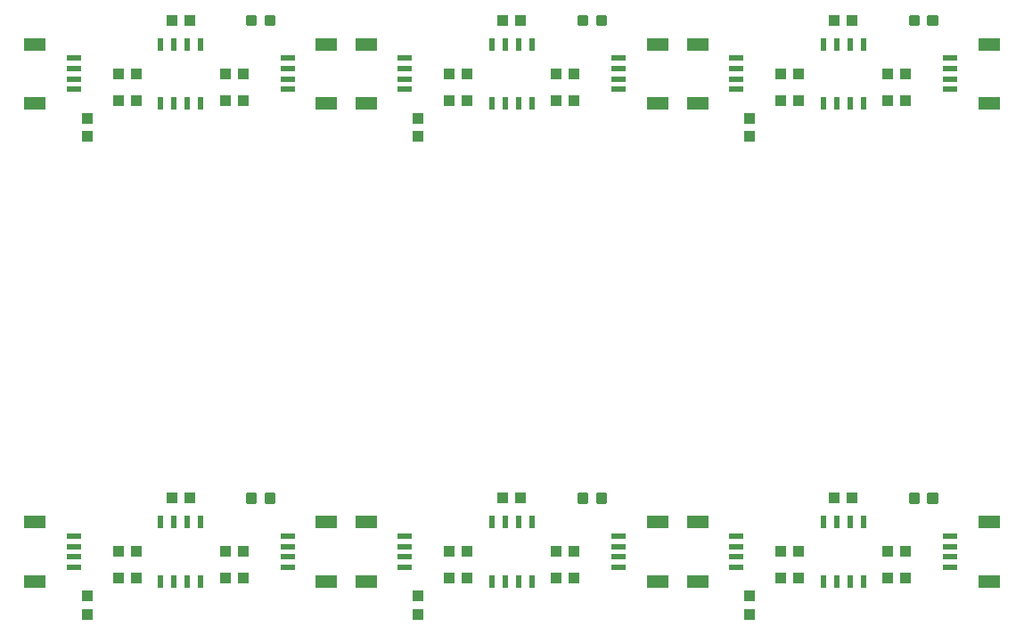
<source format=gtp>
G04 EAGLE Gerber RS-274X export*
G75*
%MOMM*%
%FSLAX34Y34*%
%LPD*%
%INSolderpaste Top*%
%IPPOS*%
%AMOC8*
5,1,8,0,0,1.08239X$1,22.5*%
G01*
%ADD10R,1.100000X1.000000*%
%ADD11C,0.300000*%
%ADD12R,2.000000X1.200000*%
%ADD13R,1.350000X0.600000*%
%ADD14R,0.600000X1.200000*%
%ADD15R,1.000000X1.100000*%


D10*
X143900Y152400D03*
X160900Y152400D03*
D11*
X233870Y148900D02*
X233870Y155900D01*
X240870Y155900D01*
X240870Y148900D01*
X233870Y148900D01*
X233870Y151750D02*
X240870Y151750D01*
X240870Y154600D02*
X233870Y154600D01*
X216330Y155900D02*
X216330Y148900D01*
X216330Y155900D02*
X223330Y155900D01*
X223330Y148900D01*
X216330Y148900D01*
X216330Y151750D02*
X223330Y151750D01*
X223330Y154600D02*
X216330Y154600D01*
D12*
X290750Y73600D03*
X290750Y129600D03*
D13*
X254000Y86600D03*
X254000Y96600D03*
X254000Y106600D03*
X254000Y116600D03*
D12*
X14050Y129600D03*
X14050Y73600D03*
D13*
X50800Y116600D03*
X50800Y106600D03*
X50800Y96600D03*
X50800Y86600D03*
D10*
X110100Y101600D03*
X93100Y101600D03*
X93100Y76200D03*
X110100Y76200D03*
X211700Y101600D03*
X194700Y101600D03*
D14*
X171450Y129600D03*
X158750Y129600D03*
X146050Y129600D03*
X133350Y129600D03*
X133350Y73600D03*
X146050Y73600D03*
X158750Y73600D03*
X171450Y73600D03*
D15*
X63500Y59300D03*
X63500Y42300D03*
D10*
X194700Y76200D03*
X211700Y76200D03*
X458708Y152400D03*
X475708Y152400D03*
D11*
X548678Y148900D02*
X548678Y155900D01*
X555678Y155900D01*
X555678Y148900D01*
X548678Y148900D01*
X548678Y151750D02*
X555678Y151750D01*
X555678Y154600D02*
X548678Y154600D01*
X531138Y155900D02*
X531138Y148900D01*
X531138Y155900D02*
X538138Y155900D01*
X538138Y148900D01*
X531138Y148900D01*
X531138Y151750D02*
X538138Y151750D01*
X538138Y154600D02*
X531138Y154600D01*
D12*
X605558Y73600D03*
X605558Y129600D03*
D13*
X568808Y86600D03*
X568808Y96600D03*
X568808Y106600D03*
X568808Y116600D03*
D12*
X328858Y129600D03*
X328858Y73600D03*
D13*
X365608Y116600D03*
X365608Y106600D03*
X365608Y96600D03*
X365608Y86600D03*
D10*
X424908Y101600D03*
X407908Y101600D03*
X407908Y76200D03*
X424908Y76200D03*
X526508Y101600D03*
X509508Y101600D03*
D14*
X486258Y129600D03*
X473558Y129600D03*
X460858Y129600D03*
X448158Y129600D03*
X448158Y73600D03*
X460858Y73600D03*
X473558Y73600D03*
X486258Y73600D03*
D15*
X378308Y59300D03*
X378308Y42300D03*
D10*
X509508Y76200D03*
X526508Y76200D03*
X773490Y152400D03*
X790490Y152400D03*
D11*
X863460Y148900D02*
X863460Y155900D01*
X870460Y155900D01*
X870460Y148900D01*
X863460Y148900D01*
X863460Y151750D02*
X870460Y151750D01*
X870460Y154600D02*
X863460Y154600D01*
X845920Y155900D02*
X845920Y148900D01*
X845920Y155900D02*
X852920Y155900D01*
X852920Y148900D01*
X845920Y148900D01*
X845920Y151750D02*
X852920Y151750D01*
X852920Y154600D02*
X845920Y154600D01*
D12*
X920340Y73600D03*
X920340Y129600D03*
D13*
X883590Y86600D03*
X883590Y96600D03*
X883590Y106600D03*
X883590Y116600D03*
D12*
X643640Y129600D03*
X643640Y73600D03*
D13*
X680390Y116600D03*
X680390Y106600D03*
X680390Y96600D03*
X680390Y86600D03*
D10*
X739690Y101600D03*
X722690Y101600D03*
X722690Y76200D03*
X739690Y76200D03*
X841290Y101600D03*
X824290Y101600D03*
D14*
X801040Y129600D03*
X788340Y129600D03*
X775640Y129600D03*
X762940Y129600D03*
X762940Y73600D03*
X775640Y73600D03*
X788340Y73600D03*
X801040Y73600D03*
D15*
X693090Y59300D03*
X693090Y42300D03*
D10*
X824290Y76200D03*
X841290Y76200D03*
X143900Y606908D03*
X160900Y606908D03*
D11*
X233870Y603408D02*
X233870Y610408D01*
X240870Y610408D01*
X240870Y603408D01*
X233870Y603408D01*
X233870Y606258D02*
X240870Y606258D01*
X240870Y609108D02*
X233870Y609108D01*
X216330Y610408D02*
X216330Y603408D01*
X216330Y610408D02*
X223330Y610408D01*
X223330Y603408D01*
X216330Y603408D01*
X216330Y606258D02*
X223330Y606258D01*
X223330Y609108D02*
X216330Y609108D01*
D12*
X290750Y528108D03*
X290750Y584108D03*
D13*
X254000Y541108D03*
X254000Y551108D03*
X254000Y561108D03*
X254000Y571108D03*
D12*
X14050Y584108D03*
X14050Y528108D03*
D13*
X50800Y571108D03*
X50800Y561108D03*
X50800Y551108D03*
X50800Y541108D03*
D10*
X110100Y556108D03*
X93100Y556108D03*
X93100Y530708D03*
X110100Y530708D03*
X211700Y556108D03*
X194700Y556108D03*
D14*
X171450Y584108D03*
X158750Y584108D03*
X146050Y584108D03*
X133350Y584108D03*
X133350Y528108D03*
X146050Y528108D03*
X158750Y528108D03*
X171450Y528108D03*
D15*
X63500Y513808D03*
X63500Y496808D03*
D10*
X194700Y530708D03*
X211700Y530708D03*
X458708Y606908D03*
X475708Y606908D03*
D11*
X548678Y603408D02*
X548678Y610408D01*
X555678Y610408D01*
X555678Y603408D01*
X548678Y603408D01*
X548678Y606258D02*
X555678Y606258D01*
X555678Y609108D02*
X548678Y609108D01*
X531138Y610408D02*
X531138Y603408D01*
X531138Y610408D02*
X538138Y610408D01*
X538138Y603408D01*
X531138Y603408D01*
X531138Y606258D02*
X538138Y606258D01*
X538138Y609108D02*
X531138Y609108D01*
D12*
X605558Y528108D03*
X605558Y584108D03*
D13*
X568808Y541108D03*
X568808Y551108D03*
X568808Y561108D03*
X568808Y571108D03*
D12*
X328858Y584108D03*
X328858Y528108D03*
D13*
X365608Y571108D03*
X365608Y561108D03*
X365608Y551108D03*
X365608Y541108D03*
D10*
X424908Y556108D03*
X407908Y556108D03*
X407908Y530708D03*
X424908Y530708D03*
X526508Y556108D03*
X509508Y556108D03*
D14*
X486258Y584108D03*
X473558Y584108D03*
X460858Y584108D03*
X448158Y584108D03*
X448158Y528108D03*
X460858Y528108D03*
X473558Y528108D03*
X486258Y528108D03*
D15*
X378308Y513808D03*
X378308Y496808D03*
D10*
X509508Y530708D03*
X526508Y530708D03*
X773490Y606908D03*
X790490Y606908D03*
D11*
X863460Y603408D02*
X863460Y610408D01*
X870460Y610408D01*
X870460Y603408D01*
X863460Y603408D01*
X863460Y606258D02*
X870460Y606258D01*
X870460Y609108D02*
X863460Y609108D01*
X845920Y610408D02*
X845920Y603408D01*
X845920Y610408D02*
X852920Y610408D01*
X852920Y603408D01*
X845920Y603408D01*
X845920Y606258D02*
X852920Y606258D01*
X852920Y609108D02*
X845920Y609108D01*
D12*
X920340Y528108D03*
X920340Y584108D03*
D13*
X883590Y541108D03*
X883590Y551108D03*
X883590Y561108D03*
X883590Y571108D03*
D12*
X643640Y584108D03*
X643640Y528108D03*
D13*
X680390Y571108D03*
X680390Y561108D03*
X680390Y551108D03*
X680390Y541108D03*
D10*
X739690Y556108D03*
X722690Y556108D03*
X722690Y530708D03*
X739690Y530708D03*
X841290Y556108D03*
X824290Y556108D03*
D14*
X801040Y584108D03*
X788340Y584108D03*
X775640Y584108D03*
X762940Y584108D03*
X762940Y528108D03*
X775640Y528108D03*
X788340Y528108D03*
X801040Y528108D03*
D15*
X693090Y513808D03*
X693090Y496808D03*
D10*
X824290Y530708D03*
X841290Y530708D03*
M02*

</source>
